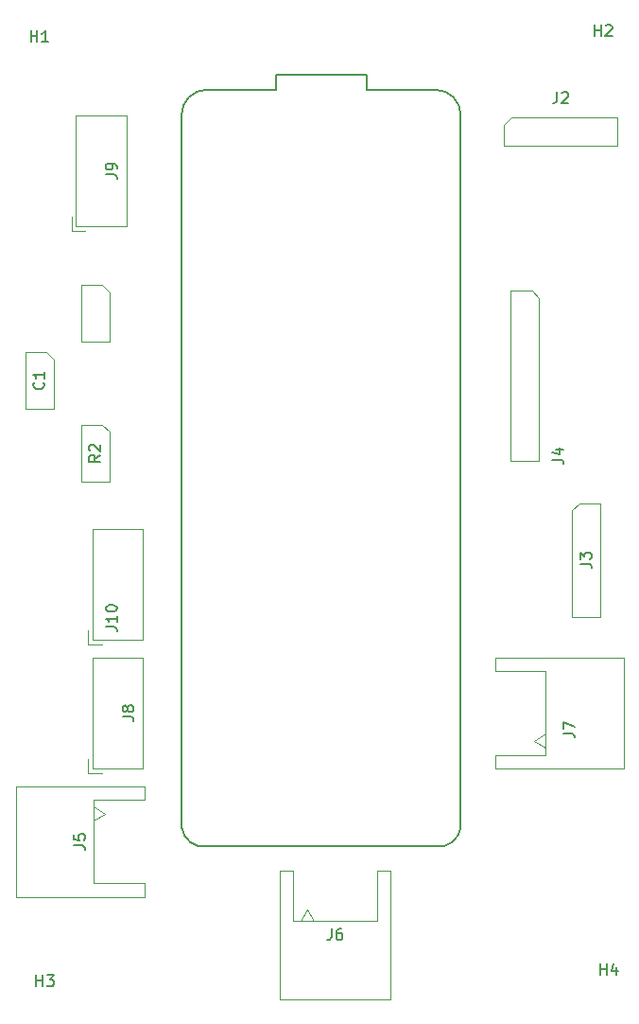
<source format=gbr>
%TF.GenerationSoftware,KiCad,Pcbnew,9.0.0*%
%TF.CreationDate,2025-03-11T09:25:04+01:00*%
%TF.ProjectId,farming_project,6661726d-696e-4675-9f70-726f6a656374,rev?*%
%TF.SameCoordinates,Original*%
%TF.FileFunction,AssemblyDrawing,Top*%
%FSLAX46Y46*%
G04 Gerber Fmt 4.6, Leading zero omitted, Abs format (unit mm)*
G04 Created by KiCad (PCBNEW 9.0.0) date 2025-03-11 09:25:04*
%MOMM*%
%LPD*%
G01*
G04 APERTURE LIST*
%ADD10C,0.150000*%
%ADD11C,0.100000*%
%ADD12C,0.127000*%
G04 APERTURE END LIST*
D10*
X120454819Y-89436666D02*
X119978628Y-89769999D01*
X120454819Y-90008094D02*
X119454819Y-90008094D01*
X119454819Y-90008094D02*
X119454819Y-89627142D01*
X119454819Y-89627142D02*
X119502438Y-89531904D01*
X119502438Y-89531904D02*
X119550057Y-89484285D01*
X119550057Y-89484285D02*
X119645295Y-89436666D01*
X119645295Y-89436666D02*
X119788152Y-89436666D01*
X119788152Y-89436666D02*
X119883390Y-89484285D01*
X119883390Y-89484285D02*
X119931009Y-89531904D01*
X119931009Y-89531904D02*
X119978628Y-89627142D01*
X119978628Y-89627142D02*
X119978628Y-90008094D01*
X119550057Y-89055713D02*
X119502438Y-89008094D01*
X119502438Y-89008094D02*
X119454819Y-88912856D01*
X119454819Y-88912856D02*
X119454819Y-88674761D01*
X119454819Y-88674761D02*
X119502438Y-88579523D01*
X119502438Y-88579523D02*
X119550057Y-88531904D01*
X119550057Y-88531904D02*
X119645295Y-88484285D01*
X119645295Y-88484285D02*
X119740533Y-88484285D01*
X119740533Y-88484285D02*
X119883390Y-88531904D01*
X119883390Y-88531904D02*
X120454819Y-89103332D01*
X120454819Y-89103332D02*
X120454819Y-88484285D01*
X122454819Y-112833333D02*
X123169104Y-112833333D01*
X123169104Y-112833333D02*
X123311961Y-112880952D01*
X123311961Y-112880952D02*
X123407200Y-112976190D01*
X123407200Y-112976190D02*
X123454819Y-113119047D01*
X123454819Y-113119047D02*
X123454819Y-113214285D01*
X122883390Y-112214285D02*
X122835771Y-112309523D01*
X122835771Y-112309523D02*
X122788152Y-112357142D01*
X122788152Y-112357142D02*
X122692914Y-112404761D01*
X122692914Y-112404761D02*
X122645295Y-112404761D01*
X122645295Y-112404761D02*
X122550057Y-112357142D01*
X122550057Y-112357142D02*
X122502438Y-112309523D01*
X122502438Y-112309523D02*
X122454819Y-112214285D01*
X122454819Y-112214285D02*
X122454819Y-112023809D01*
X122454819Y-112023809D02*
X122502438Y-111928571D01*
X122502438Y-111928571D02*
X122550057Y-111880952D01*
X122550057Y-111880952D02*
X122645295Y-111833333D01*
X122645295Y-111833333D02*
X122692914Y-111833333D01*
X122692914Y-111833333D02*
X122788152Y-111880952D01*
X122788152Y-111880952D02*
X122835771Y-111928571D01*
X122835771Y-111928571D02*
X122883390Y-112023809D01*
X122883390Y-112023809D02*
X122883390Y-112214285D01*
X122883390Y-112214285D02*
X122931009Y-112309523D01*
X122931009Y-112309523D02*
X122978628Y-112357142D01*
X122978628Y-112357142D02*
X123073866Y-112404761D01*
X123073866Y-112404761D02*
X123264342Y-112404761D01*
X123264342Y-112404761D02*
X123359580Y-112357142D01*
X123359580Y-112357142D02*
X123407200Y-112309523D01*
X123407200Y-112309523D02*
X123454819Y-112214285D01*
X123454819Y-112214285D02*
X123454819Y-112023809D01*
X123454819Y-112023809D02*
X123407200Y-111928571D01*
X123407200Y-111928571D02*
X123359580Y-111880952D01*
X123359580Y-111880952D02*
X123264342Y-111833333D01*
X123264342Y-111833333D02*
X123073866Y-111833333D01*
X123073866Y-111833333D02*
X122978628Y-111880952D01*
X122978628Y-111880952D02*
X122931009Y-111928571D01*
X122931009Y-111928571D02*
X122883390Y-112023809D01*
X118104819Y-124333333D02*
X118819104Y-124333333D01*
X118819104Y-124333333D02*
X118961961Y-124380952D01*
X118961961Y-124380952D02*
X119057200Y-124476190D01*
X119057200Y-124476190D02*
X119104819Y-124619047D01*
X119104819Y-124619047D02*
X119104819Y-124714285D01*
X118104819Y-123380952D02*
X118104819Y-123857142D01*
X118104819Y-123857142D02*
X118581009Y-123904761D01*
X118581009Y-123904761D02*
X118533390Y-123857142D01*
X118533390Y-123857142D02*
X118485771Y-123761904D01*
X118485771Y-123761904D02*
X118485771Y-123523809D01*
X118485771Y-123523809D02*
X118533390Y-123428571D01*
X118533390Y-123428571D02*
X118581009Y-123380952D01*
X118581009Y-123380952D02*
X118676247Y-123333333D01*
X118676247Y-123333333D02*
X118914342Y-123333333D01*
X118914342Y-123333333D02*
X119009580Y-123380952D01*
X119009580Y-123380952D02*
X119057200Y-123428571D01*
X119057200Y-123428571D02*
X119104819Y-123523809D01*
X119104819Y-123523809D02*
X119104819Y-123761904D01*
X119104819Y-123761904D02*
X119057200Y-123857142D01*
X119057200Y-123857142D02*
X119009580Y-123904761D01*
X120954819Y-104809523D02*
X121669104Y-104809523D01*
X121669104Y-104809523D02*
X121811961Y-104857142D01*
X121811961Y-104857142D02*
X121907200Y-104952380D01*
X121907200Y-104952380D02*
X121954819Y-105095237D01*
X121954819Y-105095237D02*
X121954819Y-105190475D01*
X121954819Y-103809523D02*
X121954819Y-104380951D01*
X121954819Y-104095237D02*
X120954819Y-104095237D01*
X120954819Y-104095237D02*
X121097676Y-104190475D01*
X121097676Y-104190475D02*
X121192914Y-104285713D01*
X121192914Y-104285713D02*
X121240533Y-104380951D01*
X120954819Y-103190475D02*
X120954819Y-103095237D01*
X120954819Y-103095237D02*
X121002438Y-102999999D01*
X121002438Y-102999999D02*
X121050057Y-102952380D01*
X121050057Y-102952380D02*
X121145295Y-102904761D01*
X121145295Y-102904761D02*
X121335771Y-102857142D01*
X121335771Y-102857142D02*
X121573866Y-102857142D01*
X121573866Y-102857142D02*
X121764342Y-102904761D01*
X121764342Y-102904761D02*
X121859580Y-102952380D01*
X121859580Y-102952380D02*
X121907200Y-102999999D01*
X121907200Y-102999999D02*
X121954819Y-103095237D01*
X121954819Y-103095237D02*
X121954819Y-103190475D01*
X121954819Y-103190475D02*
X121907200Y-103285713D01*
X121907200Y-103285713D02*
X121859580Y-103333332D01*
X121859580Y-103333332D02*
X121764342Y-103380951D01*
X121764342Y-103380951D02*
X121573866Y-103428570D01*
X121573866Y-103428570D02*
X121335771Y-103428570D01*
X121335771Y-103428570D02*
X121145295Y-103380951D01*
X121145295Y-103380951D02*
X121050057Y-103333332D01*
X121050057Y-103333332D02*
X121002438Y-103285713D01*
X121002438Y-103285713D02*
X120954819Y-103190475D01*
X114238095Y-52454819D02*
X114238095Y-51454819D01*
X114238095Y-51931009D02*
X114809523Y-51931009D01*
X114809523Y-52454819D02*
X114809523Y-51454819D01*
X115809523Y-52454819D02*
X115238095Y-52454819D01*
X115523809Y-52454819D02*
X115523809Y-51454819D01*
X115523809Y-51454819D02*
X115428571Y-51597676D01*
X115428571Y-51597676D02*
X115333333Y-51692914D01*
X115333333Y-51692914D02*
X115238095Y-51740533D01*
X141166666Y-131804819D02*
X141166666Y-132519104D01*
X141166666Y-132519104D02*
X141119047Y-132661961D01*
X141119047Y-132661961D02*
X141023809Y-132757200D01*
X141023809Y-132757200D02*
X140880952Y-132804819D01*
X140880952Y-132804819D02*
X140785714Y-132804819D01*
X142071428Y-131804819D02*
X141880952Y-131804819D01*
X141880952Y-131804819D02*
X141785714Y-131852438D01*
X141785714Y-131852438D02*
X141738095Y-131900057D01*
X141738095Y-131900057D02*
X141642857Y-132042914D01*
X141642857Y-132042914D02*
X141595238Y-132233390D01*
X141595238Y-132233390D02*
X141595238Y-132614342D01*
X141595238Y-132614342D02*
X141642857Y-132709580D01*
X141642857Y-132709580D02*
X141690476Y-132757200D01*
X141690476Y-132757200D02*
X141785714Y-132804819D01*
X141785714Y-132804819D02*
X141976190Y-132804819D01*
X141976190Y-132804819D02*
X142071428Y-132757200D01*
X142071428Y-132757200D02*
X142119047Y-132709580D01*
X142119047Y-132709580D02*
X142166666Y-132614342D01*
X142166666Y-132614342D02*
X142166666Y-132376247D01*
X142166666Y-132376247D02*
X142119047Y-132281009D01*
X142119047Y-132281009D02*
X142071428Y-132233390D01*
X142071428Y-132233390D02*
X141976190Y-132185771D01*
X141976190Y-132185771D02*
X141785714Y-132185771D01*
X141785714Y-132185771D02*
X141690476Y-132233390D01*
X141690476Y-132233390D02*
X141642857Y-132281009D01*
X141642857Y-132281009D02*
X141595238Y-132376247D01*
X115359580Y-82936666D02*
X115407200Y-82984285D01*
X115407200Y-82984285D02*
X115454819Y-83127142D01*
X115454819Y-83127142D02*
X115454819Y-83222380D01*
X115454819Y-83222380D02*
X115407200Y-83365237D01*
X115407200Y-83365237D02*
X115311961Y-83460475D01*
X115311961Y-83460475D02*
X115216723Y-83508094D01*
X115216723Y-83508094D02*
X115026247Y-83555713D01*
X115026247Y-83555713D02*
X114883390Y-83555713D01*
X114883390Y-83555713D02*
X114692914Y-83508094D01*
X114692914Y-83508094D02*
X114597676Y-83460475D01*
X114597676Y-83460475D02*
X114502438Y-83365237D01*
X114502438Y-83365237D02*
X114454819Y-83222380D01*
X114454819Y-83222380D02*
X114454819Y-83127142D01*
X114454819Y-83127142D02*
X114502438Y-82984285D01*
X114502438Y-82984285D02*
X114550057Y-82936666D01*
X115454819Y-81984285D02*
X115454819Y-82555713D01*
X115454819Y-82269999D02*
X114454819Y-82269999D01*
X114454819Y-82269999D02*
X114597676Y-82365237D01*
X114597676Y-82365237D02*
X114692914Y-82460475D01*
X114692914Y-82460475D02*
X114740533Y-82555713D01*
X160954819Y-89833333D02*
X161669104Y-89833333D01*
X161669104Y-89833333D02*
X161811961Y-89880952D01*
X161811961Y-89880952D02*
X161907200Y-89976190D01*
X161907200Y-89976190D02*
X161954819Y-90119047D01*
X161954819Y-90119047D02*
X161954819Y-90214285D01*
X161288152Y-88928571D02*
X161954819Y-88928571D01*
X160907200Y-89166666D02*
X161621485Y-89404761D01*
X161621485Y-89404761D02*
X161621485Y-88785714D01*
X114738095Y-136954819D02*
X114738095Y-135954819D01*
X114738095Y-136431009D02*
X115309523Y-136431009D01*
X115309523Y-136954819D02*
X115309523Y-135954819D01*
X115690476Y-135954819D02*
X116309523Y-135954819D01*
X116309523Y-135954819D02*
X115976190Y-136335771D01*
X115976190Y-136335771D02*
X116119047Y-136335771D01*
X116119047Y-136335771D02*
X116214285Y-136383390D01*
X116214285Y-136383390D02*
X116261904Y-136431009D01*
X116261904Y-136431009D02*
X116309523Y-136526247D01*
X116309523Y-136526247D02*
X116309523Y-136764342D01*
X116309523Y-136764342D02*
X116261904Y-136859580D01*
X116261904Y-136859580D02*
X116214285Y-136907200D01*
X116214285Y-136907200D02*
X116119047Y-136954819D01*
X116119047Y-136954819D02*
X115833333Y-136954819D01*
X115833333Y-136954819D02*
X115738095Y-136907200D01*
X115738095Y-136907200D02*
X115690476Y-136859580D01*
X163454819Y-99143333D02*
X164169104Y-99143333D01*
X164169104Y-99143333D02*
X164311961Y-99190952D01*
X164311961Y-99190952D02*
X164407200Y-99286190D01*
X164407200Y-99286190D02*
X164454819Y-99429047D01*
X164454819Y-99429047D02*
X164454819Y-99524285D01*
X163454819Y-98762380D02*
X163454819Y-98143333D01*
X163454819Y-98143333D02*
X163835771Y-98476666D01*
X163835771Y-98476666D02*
X163835771Y-98333809D01*
X163835771Y-98333809D02*
X163883390Y-98238571D01*
X163883390Y-98238571D02*
X163931009Y-98190952D01*
X163931009Y-98190952D02*
X164026247Y-98143333D01*
X164026247Y-98143333D02*
X164264342Y-98143333D01*
X164264342Y-98143333D02*
X164359580Y-98190952D01*
X164359580Y-98190952D02*
X164407200Y-98238571D01*
X164407200Y-98238571D02*
X164454819Y-98333809D01*
X164454819Y-98333809D02*
X164454819Y-98619523D01*
X164454819Y-98619523D02*
X164407200Y-98714761D01*
X164407200Y-98714761D02*
X164359580Y-98762380D01*
X161954819Y-114333333D02*
X162669104Y-114333333D01*
X162669104Y-114333333D02*
X162811961Y-114380952D01*
X162811961Y-114380952D02*
X162907200Y-114476190D01*
X162907200Y-114476190D02*
X162954819Y-114619047D01*
X162954819Y-114619047D02*
X162954819Y-114714285D01*
X161954819Y-113952380D02*
X161954819Y-113285714D01*
X161954819Y-113285714D02*
X162954819Y-113714285D01*
X164738095Y-51954819D02*
X164738095Y-50954819D01*
X164738095Y-51431009D02*
X165309523Y-51431009D01*
X165309523Y-51954819D02*
X165309523Y-50954819D01*
X165738095Y-51050057D02*
X165785714Y-51002438D01*
X165785714Y-51002438D02*
X165880952Y-50954819D01*
X165880952Y-50954819D02*
X166119047Y-50954819D01*
X166119047Y-50954819D02*
X166214285Y-51002438D01*
X166214285Y-51002438D02*
X166261904Y-51050057D01*
X166261904Y-51050057D02*
X166309523Y-51145295D01*
X166309523Y-51145295D02*
X166309523Y-51240533D01*
X166309523Y-51240533D02*
X166261904Y-51383390D01*
X166261904Y-51383390D02*
X165690476Y-51954819D01*
X165690476Y-51954819D02*
X166309523Y-51954819D01*
X161386666Y-56954819D02*
X161386666Y-57669104D01*
X161386666Y-57669104D02*
X161339047Y-57811961D01*
X161339047Y-57811961D02*
X161243809Y-57907200D01*
X161243809Y-57907200D02*
X161100952Y-57954819D01*
X161100952Y-57954819D02*
X161005714Y-57954819D01*
X161815238Y-57050057D02*
X161862857Y-57002438D01*
X161862857Y-57002438D02*
X161958095Y-56954819D01*
X161958095Y-56954819D02*
X162196190Y-56954819D01*
X162196190Y-56954819D02*
X162291428Y-57002438D01*
X162291428Y-57002438D02*
X162339047Y-57050057D01*
X162339047Y-57050057D02*
X162386666Y-57145295D01*
X162386666Y-57145295D02*
X162386666Y-57240533D01*
X162386666Y-57240533D02*
X162339047Y-57383390D01*
X162339047Y-57383390D02*
X161767619Y-57954819D01*
X161767619Y-57954819D02*
X162386666Y-57954819D01*
X120954819Y-64333333D02*
X121669104Y-64333333D01*
X121669104Y-64333333D02*
X121811961Y-64380952D01*
X121811961Y-64380952D02*
X121907200Y-64476190D01*
X121907200Y-64476190D02*
X121954819Y-64619047D01*
X121954819Y-64619047D02*
X121954819Y-64714285D01*
X121954819Y-63809523D02*
X121954819Y-63619047D01*
X121954819Y-63619047D02*
X121907200Y-63523809D01*
X121907200Y-63523809D02*
X121859580Y-63476190D01*
X121859580Y-63476190D02*
X121716723Y-63380952D01*
X121716723Y-63380952D02*
X121526247Y-63333333D01*
X121526247Y-63333333D02*
X121145295Y-63333333D01*
X121145295Y-63333333D02*
X121050057Y-63380952D01*
X121050057Y-63380952D02*
X121002438Y-63428571D01*
X121002438Y-63428571D02*
X120954819Y-63523809D01*
X120954819Y-63523809D02*
X120954819Y-63714285D01*
X120954819Y-63714285D02*
X121002438Y-63809523D01*
X121002438Y-63809523D02*
X121050057Y-63857142D01*
X121050057Y-63857142D02*
X121145295Y-63904761D01*
X121145295Y-63904761D02*
X121383390Y-63904761D01*
X121383390Y-63904761D02*
X121478628Y-63857142D01*
X121478628Y-63857142D02*
X121526247Y-63809523D01*
X121526247Y-63809523D02*
X121573866Y-63714285D01*
X121573866Y-63714285D02*
X121573866Y-63523809D01*
X121573866Y-63523809D02*
X121526247Y-63428571D01*
X121526247Y-63428571D02*
X121478628Y-63380952D01*
X121478628Y-63380952D02*
X121383390Y-63333333D01*
X165238095Y-135954819D02*
X165238095Y-134954819D01*
X165238095Y-135431009D02*
X165809523Y-135431009D01*
X165809523Y-135954819D02*
X165809523Y-134954819D01*
X166714285Y-135288152D02*
X166714285Y-135954819D01*
X166476190Y-134907200D02*
X166238095Y-135621485D01*
X166238095Y-135621485D02*
X166857142Y-135621485D01*
D11*
%TO.C,R2*%
X118730000Y-86730000D02*
X120635000Y-86730000D01*
X118730000Y-91810000D02*
X118730000Y-86730000D01*
X120635000Y-86730000D02*
X121270000Y-87365000D01*
X121270000Y-87365000D02*
X121270000Y-91810000D01*
X121270000Y-91810000D02*
X118730000Y-91810000D01*
%TO.C,J8*%
X119390000Y-116610000D02*
X119390000Y-117860000D01*
X119390000Y-117860000D02*
X120640000Y-117860000D01*
X119800000Y-107550000D02*
X119800000Y-117450000D01*
X119800000Y-117450000D02*
X124300000Y-117450000D01*
X124300000Y-107550000D02*
X119800000Y-107550000D01*
X124300000Y-117450000D02*
X124300000Y-107550000D01*
%TO.C,J5*%
X112900000Y-119050000D02*
X124400000Y-119050000D01*
X112900000Y-124000000D02*
X112900000Y-119050000D01*
X112900000Y-124000000D02*
X112900000Y-128950000D01*
X112900000Y-128950000D02*
X124400000Y-128950000D01*
X119900000Y-120250000D02*
X119900000Y-124000000D01*
X119900000Y-120875000D02*
X120900000Y-121500000D01*
X119900000Y-127750000D02*
X119900000Y-124000000D01*
X120900000Y-121500000D02*
X119900000Y-122125000D01*
X124400000Y-119050000D02*
X124400000Y-120250000D01*
X124400000Y-120250000D02*
X119900000Y-120250000D01*
X124400000Y-127750000D02*
X119900000Y-127750000D01*
X124400000Y-128950000D02*
X124400000Y-127750000D01*
%TO.C,J10*%
X119390000Y-105110000D02*
X119390000Y-106360000D01*
X119390000Y-106360000D02*
X120640000Y-106360000D01*
X119800000Y-96050000D02*
X119800000Y-105950000D01*
X119800000Y-105950000D02*
X124300000Y-105950000D01*
X124300000Y-96050000D02*
X119800000Y-96050000D01*
X124300000Y-105950000D02*
X124300000Y-96050000D01*
%TO.C,J6*%
X136550000Y-126600000D02*
X137750000Y-126600000D01*
X136550000Y-138100000D02*
X136550000Y-126600000D01*
X137750000Y-126600000D02*
X137750000Y-131100000D01*
X137750000Y-131100000D02*
X141500000Y-131100000D01*
X138375000Y-131100000D02*
X139000000Y-130100000D01*
X139000000Y-130100000D02*
X139625000Y-131100000D01*
X141500000Y-138100000D02*
X136550000Y-138100000D01*
X141500000Y-138100000D02*
X146450000Y-138100000D01*
X145250000Y-126600000D02*
X145250000Y-131100000D01*
X145250000Y-131100000D02*
X141500000Y-131100000D01*
X146450000Y-126600000D02*
X145250000Y-126600000D01*
X146450000Y-138100000D02*
X146450000Y-126600000D01*
%TO.C,C1*%
X113730000Y-80230000D02*
X115635000Y-80230000D01*
X113730000Y-85310000D02*
X113730000Y-80230000D01*
X115635000Y-80230000D02*
X116270000Y-80865000D01*
X116270000Y-80865000D02*
X116270000Y-85310000D01*
X116270000Y-85310000D02*
X113730000Y-85310000D01*
%TO.C,R1*%
X118730000Y-74230000D02*
X120635000Y-74230000D01*
X118730000Y-79310000D02*
X118730000Y-74230000D01*
X120635000Y-74230000D02*
X121270000Y-74865000D01*
X121270000Y-74865000D02*
X121270000Y-79310000D01*
X121270000Y-79310000D02*
X118730000Y-79310000D01*
D12*
%TO.C,J1*%
X127750000Y-59000000D02*
X127750000Y-122750000D01*
X130000000Y-56750000D02*
X136200000Y-56750000D01*
X130000000Y-124450000D02*
X150500000Y-124450000D01*
X136200000Y-55450000D02*
X136200000Y-56750000D01*
X144300000Y-55450000D02*
X136200000Y-55450000D01*
X144300000Y-56750000D02*
X144300000Y-55450000D01*
X150500000Y-56750000D02*
X144300000Y-56750000D01*
X150500000Y-56750000D02*
X150550000Y-56750000D01*
X152750000Y-122750000D02*
X152750000Y-59000000D01*
X127750000Y-59000000D02*
G75*
G02*
X130000000Y-56750000I2250001J-1D01*
G01*
X130000000Y-124450000D02*
G75*
G02*
X127750000Y-122750000I-275000J1975000D01*
G01*
X150500000Y-56750000D02*
G75*
G02*
X152750000Y-59000000I0J-2250000D01*
G01*
X152750000Y-122750000D02*
G75*
G02*
X150500000Y-124450000I-1975000J275000D01*
G01*
D11*
%TO.C,J4*%
X157230000Y-74730000D02*
X159135000Y-74730000D01*
X157230000Y-89970000D02*
X157230000Y-74730000D01*
X159135000Y-74730000D02*
X159770000Y-75365000D01*
X159770000Y-75365000D02*
X159770000Y-89970000D01*
X159770000Y-89970000D02*
X157230000Y-89970000D01*
%TO.C,J3*%
X162730000Y-94365000D02*
X163365000Y-93730000D01*
X162730000Y-103890000D02*
X162730000Y-94365000D01*
X163365000Y-93730000D02*
X165270000Y-93730000D01*
X165270000Y-93730000D02*
X165270000Y-103890000D01*
X165270000Y-103890000D02*
X162730000Y-103890000D01*
%TO.C,J7*%
X155850000Y-107550000D02*
X155850000Y-108750000D01*
X155850000Y-108750000D02*
X160350000Y-108750000D01*
X155850000Y-116250000D02*
X160350000Y-116250000D01*
X155850000Y-117450000D02*
X155850000Y-116250000D01*
X159350000Y-115000000D02*
X160350000Y-114375000D01*
X160350000Y-108750000D02*
X160350000Y-112500000D01*
X160350000Y-115625000D02*
X159350000Y-115000000D01*
X160350000Y-116250000D02*
X160350000Y-112500000D01*
X167350000Y-107550000D02*
X155850000Y-107550000D01*
X167350000Y-112500000D02*
X167350000Y-107550000D01*
X167350000Y-112500000D02*
X167350000Y-117450000D01*
X167350000Y-117450000D02*
X155850000Y-117450000D01*
%TO.C,J2*%
X156650000Y-59865000D02*
X157285000Y-59230000D01*
X156650000Y-61770000D02*
X156650000Y-59865000D01*
X157285000Y-59230000D02*
X166810000Y-59230000D01*
X166810000Y-59230000D02*
X166810000Y-61770000D01*
X166810000Y-61770000D02*
X156650000Y-61770000D01*
%TO.C,J9*%
X117890000Y-68110000D02*
X117890000Y-69360000D01*
X117890000Y-69360000D02*
X119140000Y-69360000D01*
X118300000Y-59050000D02*
X118300000Y-68950000D01*
X118300000Y-68950000D02*
X122800000Y-68950000D01*
X122800000Y-59050000D02*
X118300000Y-59050000D01*
X122800000Y-68950000D02*
X122800000Y-59050000D01*
%TD*%
M02*

</source>
